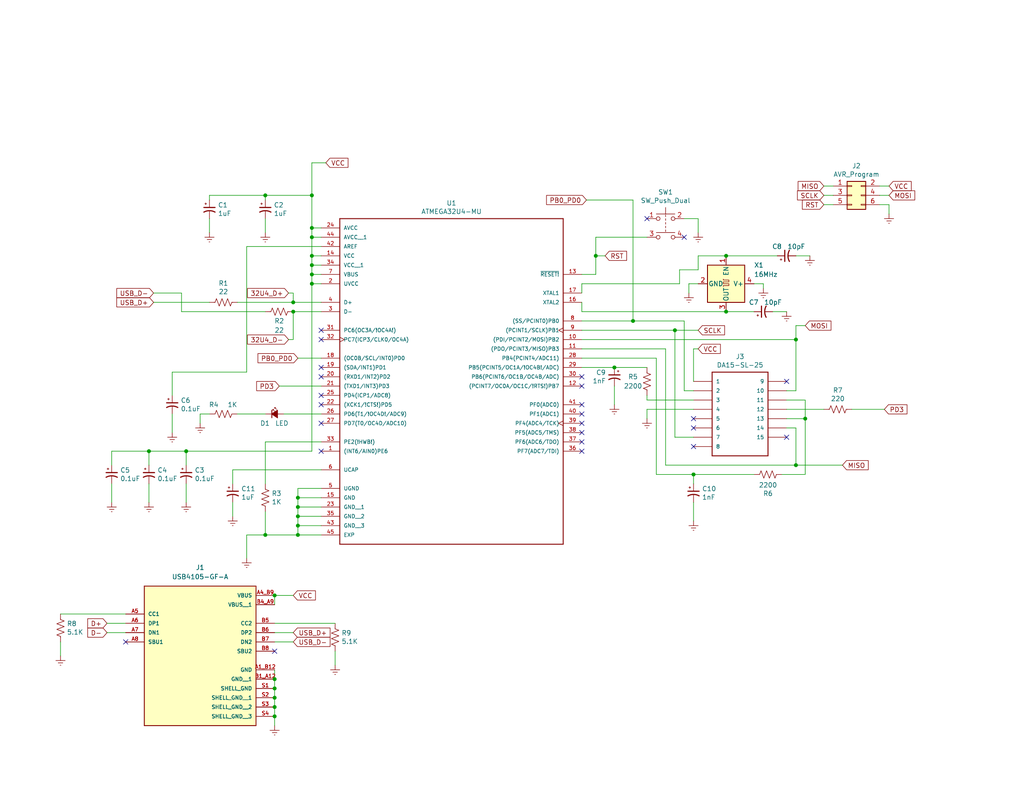
<source format=kicad_sch>
(kicad_sch (version 20211123) (generator eeschema)
  (paper "USLetter")
  (title_block (title "Sidewinder to USB Adaptor") (date "2020-09-17") (rev "2") (company "Kreeblah"))
  (lib_symbols
    (symbol "3DProUsb-rescue:CP1_Small-Device" (pin_numbers hide) (pin_names (offset 0.254) hide)
      (property "Reference" "C" (at 0.254 1.778 0))
      (property "Value" "CP1_Small-Device" (at 0.254 -2.032 0))
      (symbol "CP1_Small-Device_0_1"
        (polyline (pts (xy -1.524 0.508) (xy 1.524 0.508)) (stroke (width 0.3048)))
        (polyline (pts (xy -1.27 1.524) (xy -0.762 1.524)))
        (polyline (pts (xy -1.016 1.27) (xy -1.016 1.778)))
        (arc (start 1.524 -0.762) (mid 0 -0.3734) (end -1.524 -0.762) (stroke (width 0.3048)))
      )
      (symbol "CP1_Small-Device_1_1"
        (pin passive line (at 0 2.54 270) (length 2.032) (name "~") (number "1"))
        (pin passive line (at 0 -2.54 90) (length 2.032) (name "~") (number "2"))
      )
    )
    (symbol "3DProUsb-rescue:LED_Small_ALT-Device" (pin_numbers hide) (pin_names (offset 0.254) hide)
      (property "Reference" "D" (at -1.27 3.175 0))
      (property "Value" "LED_Small_ALT-Device" (at -4.445 -2.54 0))
      (symbol "LED_Small_ALT-Device_0_1"
        (polyline (pts (xy -0.762 -1.016) (xy -0.762 1.016)) (stroke (width 0.254)))
        (polyline (pts (xy 1.016 0) (xy -0.762 0)))
        (polyline (pts (xy 0.762 -1.016) (xy -0.762 0) (xy 0.762 1.016) (xy 0.762 -1.016)) (stroke (width 0.254)) (fill (type outline)))
        (polyline (pts (xy 0 0.762) (xy -0.508 1.27) (xy -0.254 1.27) (xy -0.508 1.27) (xy -0.508 1.016)))
        (polyline (pts (xy 0.508 1.27) (xy 0 1.778) (xy 0.254 1.778) (xy 0 1.778) (xy 0 1.524)))
      )
      (symbol "LED_Small_ALT-Device_1_1"
        (pin passive line (at -2.54 0 0) (length 1.778) (name "K") (number "1"))
        (pin passive line (at 2.54 0 180) (length 1.778) (name "A") (number "2"))
      )
    )
    (symbol "Atmel:ATMEGA32U4-MU" (pin_names (offset 1.016))
      (property "Reference" "U" (at -30.48 38.608 0))
      (property "Value" "ATMEGA32U4-MU" (at -30.48 -53.34 0))
      (symbol "ATMEGA32U4-MU_0_0"
        (polyline (pts (xy -30.48 -50.8) (xy -30.48 38.1)) (stroke (width 0.254)))
        (polyline (pts (xy -30.48 38.1) (xy 30.48 38.1)) (stroke (width 0.254)))
        (polyline (pts (xy 30.48 -50.8) (xy -30.48 -50.8)) (stroke (width 0.254)))
        (polyline (pts (xy 30.48 38.1) (xy 30.48 -50.8)) (stroke (width 0.254)))
        (pin bidirectional line (at 35.56 -25.4 180) (length 5.08) (name "(INT6/AIN0)PE6") (number "1"))
        (pin bidirectional line (at -35.56 5.08 0) (length 5.08) (name "(PDI/PCINT2/MOSI)PB2") (number "10"))
        (pin bidirectional line (at -35.56 2.54 0) (length 5.08) (name "(PDO/PCINT3/MISO)PB3") (number "11"))
        (pin bidirectional line (at -35.56 -7.62 0) (length 5.08) (name "(PCINT7/OC0A/OC1C/!RTS!)PB7") (number "12"))
        (pin input line (at -35.56 22.86 0) (length 5.08) (name "~{RESET!}") (number "13"))
        (pin power_in line (at 35.56 27.94 180) (length 5.08) (name "VCC") (number "14"))
        (pin power_in line (at 35.56 -38.1 180) (length 5.08) (name "GND") (number "15"))
        (pin output line (at -35.56 15.24 0) (length 5.08) (name "XTAL2") (number "16"))
        (pin input line (at -35.56 17.78 0) (length 5.08) (name "XTAL1") (number "17"))
        (pin bidirectional line (at 35.56 0 180) (length 5.08) (name "(OC0B/SCL/INT0)PD0") (number "18"))
        (pin bidirectional line (at 35.56 -2.54 180) (length 5.08) (name "(SDA/INT1)PD1") (number "19"))
        (pin power_in line (at 35.56 20.32 180) (length 5.08) (name "UVCC") (number "2"))
        (pin bidirectional line (at 35.56 -5.08 180) (length 5.08) (name "(RXD1/INT2)PD2") (number "20"))
        (pin bidirectional line (at 35.56 -7.62 180) (length 5.08) (name "(TXD1/INT3)PD3") (number "21"))
        (pin bidirectional line (at 35.56 -12.7 180) (length 5.08) (name "(XCK1/!CTS!)PD5") (number "22"))
        (pin power_in line (at 35.56 -40.64 180) (length 5.08) (name "GND__1") (number "23"))
        (pin power_in line (at 35.56 35.56 180) (length 5.08) (name "AVCC") (number "24"))
        (pin bidirectional line (at 35.56 -10.16 180) (length 5.08) (name "PD4(ICP1/ADC8)") (number "25"))
        (pin bidirectional line (at 35.56 -15.24 180) (length 5.08) (name "PD6(T1/!OC4D!/ADC9)") (number "26"))
        (pin bidirectional line (at 35.56 -17.78 180) (length 5.08) (name "PD7(T0/OC4D/ADC10)") (number "27"))
        (pin bidirectional line (at -35.56 0 0) (length 5.08) (name "PB4(PCINT4/ADC11)") (number "28"))
        (pin bidirectional line (at -35.56 -2.54 0) (length 5.08) (name "PB5(PCINT5/OC1A/!OC4B!/ADC)") (number "29"))
        (pin bidirectional line (at 35.56 12.7 180) (length 5.08) (name "D-") (number "3"))
        (pin bidirectional line (at -35.56 -5.08 0) (length 5.08) (name "PB6(PCINT6/OC1B/OC4B/ADC)") (number "30"))
        (pin bidirectional line (at 35.56 7.62 180) (length 5.08) (name "PC6(OC3A/!OC4A!)") (number "31"))
        (pin bidirectional clock (at 35.56 5.08 180) (length 5.08) (name "PC7(ICP3/CLK0/OC4A)") (number "32"))
        (pin bidirectional line (at 35.56 -22.86 180) (length 5.08) (name "PE2(!HWB!)") (number "33"))
        (pin power_in line (at 35.56 25.4 180) (length 5.08) (name "VCC__1") (number "34"))
        (pin power_in line (at 35.56 -43.18 180) (length 5.08) (name "GND__2") (number "35"))
        (pin bidirectional line (at -35.56 -25.4 0) (length 5.08) (name "PF7(ADC7/TDI)") (number "36"))
        (pin bidirectional line (at -35.56 -22.86 0) (length 5.08) (name "PF6(ADC6/TDO)") (number "37"))
        (pin bidirectional line (at -35.56 -20.32 0) (length 5.08) (name "PF5(ADC5/TMS)") (number "38"))
        (pin bidirectional clock (at -35.56 -17.78 0) (length 5.08) (name "PF4(ADC4/TCK)") (number "39"))
        (pin bidirectional line (at 35.56 15.24 180) (length 5.08) (name "D+") (number "4"))
        (pin bidirectional line (at -35.56 -15.24 0) (length 5.08) (name "PF1(ADC1)") (number "40"))
        (pin bidirectional line (at -35.56 -12.7 0) (length 5.08) (name "PF0(ADC0)") (number "41"))
        (pin power_in line (at 35.56 30.48 180) (length 5.08) (name "AREF") (number "42"))
        (pin power_in line (at 35.56 -45.72 180) (length 5.08) (name "GND__3") (number "43"))
        (pin power_in line (at 35.56 33.02 180) (length 5.08) (name "AVCC__1") (number "44"))
        (pin passive line (at 35.56 -48.26 180) (length 5.08) (name "EXP") (number "45"))
        (pin power_in line (at 35.56 -35.56 180) (length 5.08) (name "UGND") (number "5"))
        (pin passive line (at 35.56 -30.48 180) (length 5.08) (name "UCAP") (number "6"))
        (pin power_in line (at 35.56 22.86 180) (length 5.08) (name "VBUS") (number "7"))
        (pin bidirectional line (at -35.56 10.16 0) (length 5.08) (name "(SS/PCINT0)PB0") (number "8"))
        (pin bidirectional clock (at -35.56 7.62 0) (length 5.08) (name "(PCINT1/SCLK)PB1") (number "9"))
      )
    )
    (symbol "Connector_Generic:Conn_02x03_Odd_Even" (pin_names (offset 1.016) hide)
      (property "Reference" "J" (at 1.27 5.08 0))
      (property "Value" "Conn_02x03_Odd_Even" (at 1.27 -5.08 0))
      (symbol "Conn_02x03_Odd_Even_1_1"
        (rectangle (start -1.27 -2.413) (end 0 -2.667) (stroke (width 0.1524)))
        (rectangle (start -1.27 0.127) (end 0 -0.127) (stroke (width 0.1524)))
        (rectangle (start -1.27 2.667) (end 0 2.413) (stroke (width 0.1524)))
        (rectangle (start -1.27 3.81) (end 3.81 -3.81) (stroke (width 0.254)) (fill (type background)))
        (rectangle (start 3.81 -2.413) (end 2.54 -2.667) (stroke (width 0.1524)))
        (rectangle (start 3.81 0.127) (end 2.54 -0.127) (stroke (width 0.1524)))
        (rectangle (start 3.81 2.667) (end 2.54 2.413) (stroke (width 0.1524)))
        (pin passive line (at -5.08 2.54 0) (length 3.81) (name "Pin_1") (number "1"))
        (pin passive line (at 7.62 2.54 180) (length 3.81) (name "Pin_2") (number "2"))
        (pin passive line (at -5.08 0 0) (length 3.81) (name "Pin_3") (number "3"))
        (pin passive line (at 7.62 0 180) (length 3.81) (name "Pin_4") (number "4"))
        (pin passive line (at -5.08 -2.54 0) (length 3.81) (name "Pin_5") (number "5"))
        (pin passive line (at 7.62 -2.54 180) (length 3.81) (name "Pin_6") (number "6"))
      )
    )
    (symbol "Device:R_US" (pin_numbers hide) (pin_names (offset 0))
      (property "Reference" "R" (at 2.54 0 90))
      (property "Value" "R_US" (at -2.54 0 90))
      (symbol "R_US_0_1"
        (polyline (pts (xy 0 -2.286) (xy 0 -2.54)))
        (polyline (pts (xy 0 2.286) (xy 0 2.54)))
        (polyline (pts (xy 0 -0.762) (xy 1.016 -1.143) (xy 0 -1.524) (xy -1.016 -1.905) (xy 0 -2.286)))
        (polyline (pts (xy 0 0.762) (xy 1.016 0.381) (xy 0 0) (xy -1.016 -0.381) (xy 0 -0.762)))
        (polyline (pts (xy 0 2.286) (xy 1.016 1.905) (xy 0 1.524) (xy -1.016 1.143) (xy 0 0.762)))
      )
      (symbol "R_US_1_1"
        (pin passive line (at 0 3.81 270) (length 1.27) (name "~") (number "1"))
        (pin passive line (at 0 -3.81 90) (length 1.27) (name "~") (number "2"))
      )
    )
    (symbol "Gameport:DA15-SL-25" (pin_numbers hide) (pin_names (offset 1.016))
      (property "Reference" "J" (at -7.62 13.6144 0))
      (property "Value" "DA15-SL-25" (at -7.62 -12.7508 0))
      (symbol "DA15-SL-25_0_0"
        (polyline (pts (xy -7.62 -10.16) (xy -7.62 12.7)) (stroke (width 0.254)))
        (polyline (pts (xy -7.62 12.7) (xy 7.62 12.7)) (stroke (width 0.254)))
        (polyline (pts (xy 7.62 -10.16) (xy -7.62 -10.16)) (stroke (width 0.254)))
        (polyline (pts (xy 7.62 12.7) (xy 7.62 -10.16)) (stroke (width 0.254)))
        (pin passive line (at -12.7 10.16 0) (length 5.08) (name "1") (number "1"))
        (pin passive line (at 12.7 7.62 180) (length 5.08) (name "10") (number "10"))
        (pin passive line (at 12.7 5.08 180) (length 5.08) (name "11") (number "11"))
        (pin passive line (at 12.7 2.54 180) (length 5.08) (name "12") (number "12"))
        (pin passive line (at 12.7 0 180) (length 5.08) (name "13") (number "13"))
        (pin passive line (at 12.7 -2.54 180) (length 5.08) (name "14") (number "14"))
        (pin passive line (at 12.7 -5.08 180) (length 5.08) (name "15") (number "15"))
        (pin passive line (at -12.7 7.62 0) (length 5.08) (name "2") (number "2"))
        (pin passive line (at -12.7 5.08 0) (length 5.08) (name "3") (number "3"))
        (pin passive line (at -12.7 2.54 0) (length 5.08) (name "4") (number "4"))
        (pin passive line (at -12.7 0 0) (length 5.08) (name "5") (number "5"))
        (pin passive line (at -12.7 -2.54 0) (length 5.08) (name "6") (number "6"))
        (pin passive line (at -12.7 -5.08 0) (length 5.08) (name "7") (number "7"))
        (pin passive line (at -12.7 -7.62 0) (length 5.08) (name "8") (number "8"))
        (pin passive line (at 12.7 10.16 180) (length 5.08) (name "9") (number "9"))
      )
    )
    (symbol "Oscillator:XO91" (pin_names (offset 0.254))
      (property "Reference" "X" (at -5.08 6.35 0))
      (property "Value" "XO91" (at 1.27 -6.35 0))
      (symbol "XO91_0_1"
        (rectangle (start -5.08 5.08) (end 5.08 -5.08) (stroke (width 0.254)) (fill (type background)))
        (polyline (pts (xy 0.762 -0.762) (xy 0.508 -0.762) (xy 0.508 0.762) (xy 0 0.762) (xy 0 -0.762) (xy -0.508 -0.762) (xy -0.508 0.762) (xy -1.016 0.762) (xy -1.016 -0.762) (xy -1.27 -0.762)))
      )
      (symbol "XO91_1_1"
        (pin input line (at -7.62 0 0) (length 2.54) (name "EN") (number "1"))
        (pin power_in line (at 0 -7.62 90) (length 2.54) (name "GND") (number "2"))
        (pin output line (at 7.62 0 180) (length 2.54) (name "OUT") (number "3"))
        (pin power_in line (at 0 7.62 270) (length 2.54) (name "V+") (number "4"))
      )
    )
    (symbol "Switch:SW_Push_Dual" (pin_names (offset 1.016) hide)
      (property "Reference" "SW" (at 1.27 2.54 0))
      (property "Value" "SW_Push_Dual" (at 0 -6.858 0))
      (symbol "SW_Push_Dual_0_1"
        (circle (center -2.032 -5.08) (radius 0.508))
        (circle (center -2.032 0) (radius 0.508))
        (polyline (pts (xy 0 -3.048) (xy 0 -3.556)))
        (polyline (pts (xy 0 -2.032) (xy 0 -2.54)))
        (polyline (pts (xy 0 -1.524) (xy 0 -1.016)))
        (polyline (pts (xy 0 -0.508) (xy 0 0)))
        (polyline (pts (xy 0 0.508) (xy 0 1.016)))
        (polyline (pts (xy 0 1.27) (xy 0 3.048)))
        (polyline (pts (xy 2.54 -3.81) (xy -2.54 -3.81)))
        (polyline (pts (xy 2.54 1.27) (xy -2.54 1.27)))
        (circle (center 2.032 -5.08) (radius 0.508))
        (circle (center 2.032 0) (radius 0.508))
        (pin passive line (at -5.08 0 0) (length 2.54) (name "1") (number "1"))
        (pin passive line (at 5.08 0 180) (length 2.54) (name "2") (number "2"))
        (pin passive line (at -5.08 -5.08 0) (length 2.54) (name "3") (number "3"))
        (pin passive line (at 5.08 -5.08 180) (length 2.54) (name "4") (number "4"))
      )
    )
    (symbol "USB4105-GF-A:USB4105-GF-A" (pin_names (offset 1.016))
      (property "Reference" "J" (at -15.24 13.97 0))
      (property "Value" "USB4105-GF-A" (at -15.24 -27.94 0))
      (symbol "USB4105-GF-A_0_0"
        (rectangle (start -15.24 -25.4) (end 15.24 12.7) (stroke (width 0.254)) (fill (type background)))
        (pin power_in line (at 20.32 -10.16 180) (length 5.08) (name "GND") (number "A1_B12"))
        (pin power_in line (at 20.32 10.16 180) (length 5.08) (name "VBUS") (number "A4_B9"))
        (pin bidirectional line (at -20.32 5.08 0) (length 5.08) (name "CC1") (number "A5"))
        (pin bidirectional line (at -20.32 2.54 0) (length 5.08) (name "DP1") (number "A6"))
        (pin bidirectional line (at -20.32 0 0) (length 5.08) (name "DN1") (number "A7"))
        (pin bidirectional line (at -20.32 -2.54 0) (length 5.08) (name "SBU1") (number "A8"))
        (pin power_in line (at 20.32 -12.7 180) (length 5.08) (name "GND__1") (number "B1_A12"))
        (pin power_in line (at 20.32 7.62 180) (length 5.08) (name "VBUS__1") (number "B4_A9"))
        (pin bidirectional line (at 20.32 2.54 180) (length 5.08) (name "CC2") (number "B5"))
        (pin bidirectional line (at 20.32 0 180) (length 5.08) (name "DP2") (number "B6"))
        (pin bidirectional line (at 20.32 -2.54 180) (length 5.08) (name "DN2") (number "B7"))
        (pin bidirectional line (at 20.32 -5.08 180) (length 5.08) (name "SBU2") (number "B8"))
        (pin power_in line (at 20.32 -15.24 180) (length 5.08) (name "SHELL_GND") (number "S1"))
        (pin power_in line (at 20.32 -17.78 180) (length 5.08) (name "SHELL_GND__1") (number "S2"))
        (pin power_in line (at 20.32 -20.32 180) (length 5.08) (name "SHELL_GND__2") (number "S3"))
        (pin power_in line (at 20.32 -22.86 180) (length 5.08) (name "SHELL_GND__3") (number "S4"))
      )
    )
    (symbol "power:Earth" (power) (pin_names (offset 0))
      (symbol "Earth_0_1"
        (polyline (pts (xy -0.635 -1.905) (xy 0.635 -1.905)))
        (polyline (pts (xy -0.127 -2.54) (xy 0.127 -2.54)))
        (polyline (pts (xy 0 -1.27) (xy 0 0)))
        (polyline (pts (xy 1.27 -1.27) (xy -1.27 -1.27)))
      )
      (symbol "Earth_1_1"
        (pin power_in line (at 0 0 270) (length 0) hide (name "Earth") (number "1"))
      )
    )
  )
  (junction (at 162.56 69.85))
  (junction (at 80.01 85.09))
  (junction (at 81.28 135.89))
  (junction (at 74.93 187.96))
  (junction (at 81.28 146.05))
  (junction (at 198.12 85.09))
  (junction (at 189.23 129.54))
  (junction (at 85.09 69.85))
  (junction (at 167.64 100.33))
  (junction (at 72.39 53.34))
  (junction (at 50.8 123.19))
  (junction (at 85.09 53.34))
  (junction (at 74.93 185.42))
  (junction (at 85.09 77.47))
  (junction (at 81.28 138.43))
  (junction (at 72.39 146.05))
  (junction (at 217.17 92.71))
  (junction (at 74.93 162.56))
  (junction (at 217.17 127))
  (junction (at 40.64 123.19))
  (junction (at 74.93 195.58))
  (junction (at 85.09 62.23))
  (junction (at 172.72 87.63))
  (junction (at 219.71 114.3))
  (junction (at 85.09 64.77))
  (junction (at 85.09 72.39))
  (junction (at 80.01 82.55))
  (junction (at 74.93 190.5))
  (junction (at 74.93 193.04))
  (junction (at 81.28 140.97))
  (junction (at 198.12 69.85))
  (junction (at 85.09 74.93))
  (junction (at 81.28 143.51))
  (junction (at 184.15 90.17))
  (no_connect (at 189.23 121.92))
  (no_connect (at 189.23 114.3))
  (no_connect (at 87.63 110.49))
  (no_connect (at 87.63 92.71))
  (no_connect (at 74.93 177.8))
  (no_connect (at 34.29 175.26))
  (no_connect (at 158.75 118.11))
  (no_connect (at 87.63 90.17))
  (no_connect (at 214.63 119.38))
  (no_connect (at 158.75 102.87))
  (no_connect (at 87.63 100.33))
  (no_connect (at 87.63 115.57))
  (no_connect (at 158.75 110.49))
  (no_connect (at 87.63 102.87))
  (no_connect (at 158.75 123.19))
  (no_connect (at 158.75 113.03))
  (no_connect (at 189.23 116.84))
  (no_connect (at 87.63 123.19))
  (no_connect (at 158.75 115.57))
  (no_connect (at 176.53 59.69))
  (no_connect (at 158.75 105.41))
  (no_connect (at 158.75 120.65))
  (no_connect (at 214.63 104.14))
  (no_connect (at 186.69 64.77))
  (no_connect (at 87.63 107.95))
  (wire (pts (xy 85.09 77.47) (xy 87.63 77.47)))
  (wire (pts (xy 158.75 100.33) (xy 167.64 100.33)))
  (wire (pts (xy 219.71 114.3) (xy 219.71 129.54)))
  (wire (pts (xy 217.17 116.84) (xy 214.63 116.84)))
  (wire (pts (xy 29.21 170.18) (xy 34.29 170.18)))
  (wire (pts (xy 232.41 111.76) (xy 241.3 111.76)))
  (wire (pts (xy 57.15 53.34) (xy 57.15 54.61)))
  (wire (pts (xy 186.69 59.69) (xy 190.5 59.69)))
  (wire (pts (xy 186.69 106.68) (xy 189.23 106.68)))
  (wire (pts (xy 219.71 109.22) (xy 214.63 109.22)))
  (wire (pts (xy 167.64 105.41) (xy 167.64 110.49)))
  (wire (pts (xy 81.28 133.35) (xy 81.28 135.89)))
  (wire (pts (xy 181.61 127) (xy 217.17 127)))
  (wire (pts (xy 185.42 73.66) (xy 190.5 73.66)))
  (wire (pts (xy 158.75 87.63) (xy 172.72 87.63)))
  (wire (pts (xy 76.2 105.41) (xy 87.63 105.41)))
  (wire (pts (xy 181.61 95.25) (xy 181.61 127)))
  (wire (pts (xy 217.17 92.71) (xy 217.17 106.68)))
  (wire (pts (xy 74.93 187.96) (xy 74.93 190.5)))
  (wire (pts (xy 205.74 77.47) (xy 208.28 77.47)))
  (wire (pts (xy 87.63 135.89) (xy 81.28 135.89)))
  (wire (pts (xy 189.23 137.16) (xy 189.23 142.24)))
  (wire (pts (xy 179.07 97.79) (xy 179.07 129.54)))
  (wire (pts (xy 67.31 67.31) (xy 67.31 101.6)))
  (wire (pts (xy 91.44 177.8) (xy 91.44 181.61)))
  (wire (pts (xy 165.1 69.85) (xy 162.56 69.85)))
  (wire (pts (xy 64.77 82.55) (xy 80.01 82.55)))
  (wire (pts (xy 40.64 123.19) (xy 30.48 123.19)))
  (wire (pts (xy 176.53 111.76) (xy 176.53 114.3)))
  (wire (pts (xy 50.8 132.08) (xy 50.8 137.16)))
  (wire (pts (xy 87.63 74.93) (xy 85.09 74.93)))
  (wire (pts (xy 49.53 80.01) (xy 41.91 80.01)))
  (wire (pts (xy 81.28 135.89) (xy 81.28 138.43)))
  (wire (pts (xy 240.03 50.8) (xy 242.57 50.8)))
  (wire (pts (xy 179.07 129.54) (xy 189.23 129.54)))
  (wire (pts (xy 46.99 113.03) (xy 46.99 118.11)))
  (wire (pts (xy 217.17 116.84) (xy 217.17 127)))
  (wire (pts (xy 198.12 85.09) (xy 205.74 85.09)))
  (wire (pts (xy 217.17 69.85) (xy 220.98 69.85)))
  (wire (pts (xy 214.63 111.76) (xy 224.79 111.76)))
  (wire (pts (xy 158.75 77.47) (xy 185.42 77.47)))
  (wire (pts (xy 85.09 77.47) (xy 85.09 123.19)))
  (wire (pts (xy 217.17 88.9) (xy 219.71 88.9)))
  (wire (pts (xy 187.96 77.47) (xy 187.96 80.01)))
  (wire (pts (xy 72.39 53.34) (xy 85.09 53.34)))
  (wire (pts (xy 240.03 53.34) (xy 242.57 53.34)))
  (wire (pts (xy 184.15 90.17) (xy 184.15 119.38)))
  (wire (pts (xy 57.15 53.34) (xy 72.39 53.34)))
  (wire (pts (xy 74.93 185.42) (xy 74.93 187.96)))
  (wire (pts (xy 74.93 170.18) (xy 91.44 170.18)))
  (wire (pts (xy 85.09 62.23) (xy 87.63 62.23)))
  (wire (pts (xy 49.53 85.09) (xy 49.53 80.01)))
  (wire (pts (xy 16.51 175.26) (xy 16.51 179.07)))
  (wire (pts (xy 72.39 139.7) (xy 72.39 146.05)))
  (wire (pts (xy 224.79 55.88) (xy 227.33 55.88)))
  (wire (pts (xy 190.5 59.69) (xy 190.5 63.5)))
  (wire (pts (xy 85.09 123.19) (xy 50.8 123.19)))
  (wire (pts (xy 78.74 92.71) (xy 80.01 92.71)))
  (wire (pts (xy 162.56 64.77) (xy 176.53 64.77)))
  (wire (pts (xy 80.01 82.55) (xy 87.63 82.55)))
  (wire (pts (xy 189.23 95.25) (xy 189.23 104.14)))
  (wire (pts (xy 40.64 132.08) (xy 40.64 137.16)))
  (wire (pts (xy 57.15 59.69) (xy 57.15 63.5)))
  (wire (pts (xy 162.56 69.85) (xy 162.56 74.93)))
  (wire (pts (xy 167.64 100.33) (xy 176.53 100.33)))
  (wire (pts (xy 85.09 74.93) (xy 85.09 77.47)))
  (wire (pts (xy 16.51 167.64) (xy 34.29 167.64)))
  (wire (pts (xy 29.21 172.72) (xy 34.29 172.72)))
  (wire (pts (xy 72.39 113.03) (xy 64.77 113.03)))
  (wire (pts (xy 81.28 97.79) (xy 87.63 97.79)))
  (wire (pts (xy 49.53 85.09) (xy 72.39 85.09)))
  (wire (pts (xy 67.31 101.6) (xy 46.99 101.6)))
  (wire (pts (xy 184.15 119.38) (xy 189.23 119.38)))
  (wire (pts (xy 74.93 193.04) (xy 74.93 195.58)))
  (wire (pts (xy 189.23 129.54) (xy 205.74 129.54)))
  (wire (pts (xy 85.09 72.39) (xy 87.63 72.39)))
  (wire (pts (xy 81.28 146.05) (xy 72.39 146.05)))
  (wire (pts (xy 85.09 64.77) (xy 87.63 64.77)))
  (wire (pts (xy 50.8 123.19) (xy 40.64 123.19)))
  (wire (pts (xy 190.5 77.47) (xy 187.96 77.47)))
  (wire (pts (xy 186.69 87.63) (xy 186.69 106.68)))
  (wire (pts (xy 85.09 72.39) (xy 85.09 74.93)))
  (wire (pts (xy 242.57 55.88) (xy 242.57 58.42)))
  (wire (pts (xy 85.09 53.34) (xy 85.09 62.23)))
  (wire (pts (xy 172.72 54.61) (xy 172.72 87.63)))
  (wire (pts (xy 85.09 53.34) (xy 85.09 44.45)))
  (wire (pts (xy 87.63 138.43) (xy 81.28 138.43)))
  (wire (pts (xy 217.17 127) (xy 229.87 127)))
  (wire (pts (xy 74.93 182.88) (xy 74.93 185.42)))
  (wire (pts (xy 87.63 67.31) (xy 67.31 67.31)))
  (wire (pts (xy 87.63 140.97) (xy 81.28 140.97)))
  (wire (pts (xy 46.99 101.6) (xy 46.99 107.95)))
  (wire (pts (xy 78.74 80.01) (xy 80.01 80.01)))
  (wire (pts (xy 189.23 111.76) (xy 176.53 111.76)))
  (wire (pts (xy 85.09 62.23) (xy 85.09 64.77)))
  (wire (pts (xy 224.79 50.8) (xy 227.33 50.8)))
  (wire (pts (xy 30.48 123.19) (xy 30.48 127)))
  (wire (pts (xy 208.28 77.47) (xy 208.28 78.74)))
  (wire (pts (xy 74.93 190.5) (xy 74.93 193.04)))
  (wire (pts (xy 185.42 77.47) (xy 185.42 73.66)))
  (wire (pts (xy 160.02 54.61) (xy 172.72 54.61)))
  (wire (pts (xy 80.01 85.09) (xy 87.63 85.09)))
  (wire (pts (xy 63.5 137.16) (xy 63.5 140.97)))
  (wire (pts (xy 72.39 120.65) (xy 72.39 132.08)))
  (wire (pts (xy 74.93 162.56) (xy 74.93 165.1)))
  (wire (pts (xy 85.09 44.45) (xy 88.9 44.45)))
  (wire (pts (xy 40.64 123.19) (xy 40.64 127)))
  (wire (pts (xy 162.56 64.77) (xy 162.56 69.85)))
  (wire (pts (xy 158.75 82.55) (xy 158.75 85.09)))
  (wire (pts (xy 189.23 132.08) (xy 189.23 129.54)))
  (wire (pts (xy 74.93 172.72) (xy 80.01 172.72)))
  (wire (pts (xy 158.75 80.01) (xy 158.75 77.47)))
  (wire (pts (xy 190.5 73.66) (xy 190.5 69.85)))
  (wire (pts (xy 176.53 107.95) (xy 176.53 109.22)))
  (wire (pts (xy 85.09 69.85) (xy 85.09 72.39)))
  (wire (pts (xy 87.63 128.27) (xy 63.5 128.27)))
  (wire (pts (xy 80.01 80.01) (xy 80.01 82.55)))
  (wire (pts (xy 87.63 113.03) (xy 77.47 113.03)))
  (wire (pts (xy 72.39 146.05) (xy 67.31 146.05)))
  (wire (pts (xy 57.15 113.03) (xy 54.61 113.03)))
  (wire (pts (xy 240.03 55.88) (xy 242.57 55.88)))
  (wire (pts (xy 214.63 114.3) (xy 219.71 114.3)))
  (wire (pts (xy 30.48 132.08) (xy 30.48 137.16)))
  (wire (pts (xy 87.63 146.05) (xy 81.28 146.05)))
  (wire (pts (xy 158.75 85.09) (xy 198.12 85.09)))
  (wire (pts (xy 87.63 133.35) (xy 81.28 133.35)))
  (wire (pts (xy 189.23 95.25) (xy 190.5 95.25)))
  (wire (pts (xy 172.72 87.63) (xy 186.69 87.63)))
  (wire (pts (xy 158.75 95.25) (xy 181.61 95.25)))
  (wire (pts (xy 72.39 53.34) (xy 72.39 54.61)))
  (wire (pts (xy 198.12 69.85) (xy 212.09 69.85)))
  (wire (pts (xy 72.39 59.69) (xy 72.39 63.5)))
  (wire (pts (xy 80.01 92.71) (xy 80.01 85.09)))
  (wire (pts (xy 81.28 146.05) (xy 81.28 143.51)))
  (wire (pts (xy 63.5 128.27) (xy 63.5 132.08)))
  (wire (pts (xy 217.17 106.68) (xy 214.63 106.68)))
  (wire (pts (xy 224.79 53.34) (xy 227.33 53.34)))
  (wire (pts (xy 74.93 195.58) (xy 74.93 198.12)))
  (wire (pts (xy 158.75 90.17) (xy 184.15 90.17)))
  (wire (pts (xy 213.36 129.54) (xy 219.71 129.54)))
  (wire (pts (xy 81.28 140.97) (xy 81.28 143.51)))
  (wire (pts (xy 41.91 82.55) (xy 57.15 82.55)))
  (wire (pts (xy 50.8 123.19) (xy 50.8 127)))
  (wire (pts (xy 67.31 146.05) (xy 67.31 152.4)))
  (wire (pts (xy 74.93 175.26) (xy 80.01 175.26)))
  (wire (pts (xy 81.28 138.43) (xy 81.28 140.97)))
  (wire (pts (xy 158.75 92.71) (xy 217.17 92.71)))
  (wire (pts (xy 217.17 88.9) (xy 217.17 92.71)))
  (wire (pts (xy 190.5 69.85) (xy 198.12 69.85)))
  (wire (pts (xy 158.75 74.93) (xy 162.56 74.93)))
  (wire (pts (xy 85.09 64.77) (xy 85.09 69.85)))
  (wire (pts (xy 184.15 90.17) (xy 190.5 90.17)))
  (wire (pts (xy 85.09 69.85) (xy 87.63 69.85)))
  (wire (pts (xy 74.93 162.56) (xy 80.01 162.56)))
  (wire (pts (xy 210.82 85.09) (xy 214.63 85.09)))
  (wire (pts (xy 54.61 113.03) (xy 54.61 115.57)))
  (wire (pts (xy 158.75 97.79) (xy 179.07 97.79)))
  (wire (pts (xy 87.63 143.51) (xy 81.28 143.51)))
  (wire (pts (xy 176.53 109.22) (xy 189.23 109.22)))
  (wire (pts (xy 87.63 120.65) (xy 72.39 120.65)))
  (wire (pts (xy 219.71 109.22) (xy 219.71 114.3)))
  (global_label "MISO" (shape input) (at 224.79 50.8 180) (property "Intersheet References" "${INTERSHEET_REFS}" (effects hide)))
  (global_label "VCC" (shape input) (at 88.9 44.45 0) (property "Intersheet References" "${INTERSHEET_REFS}" (effects hide)))
  (global_label "USB_D+" (shape input) (at 41.91 82.55 180) (property "Intersheet References" "${INTERSHEET_REFS}" (effects hide)))
  (global_label "USB_D+" (shape input) (at 80.01 172.72 0) (property "Intersheet References" "${INTERSHEET_REFS}" (effects hide)))
  (global_label "VCC" (shape input) (at 80.01 162.56 0) (property "Intersheet References" "${INTERSHEET_REFS}" (effects hide)))
  (global_label "SCLK" (shape input) (at 190.5 90.17 0) (property "Intersheet References" "${INTERSHEET_REFS}" (effects hide)))
  (global_label "D+" (shape input) (at 29.21 170.18 180) (property "Intersheet References" "${INTERSHEET_REFS}" (effects hide)))
  (global_label "USB_D-" (shape input) (at 41.91 80.01 180) (property "Intersheet References" "${INTERSHEET_REFS}" (effects hide)))
  (global_label "RST" (shape input) (at 224.79 55.88 180) (property "Intersheet References" "${INTERSHEET_REFS}" (effects hide)))
  (global_label "SCLK" (shape input) (at 224.79 53.34 180) (property "Intersheet References" "${INTERSHEET_REFS}" (effects hide)))
  (global_label "VCC" (shape input) (at 190.5 95.25 0) (property "Intersheet References" "${INTERSHEET_REFS}" (effects hide)))
  (global_label "32U4_D+" (shape input) (at 78.74 80.01 180) (property "Intersheet References" "${INTERSHEET_REFS}" (effects hide)))
  (global_label "PD3" (shape input) (at 241.3 111.76 0) (property "Intersheet References" "${INTERSHEET_REFS}" (effects hide)))
  (global_label "PB0_PD0" (shape input) (at 160.02 54.61 180) (property "Intersheet References" "${INTERSHEET_REFS}" (effects hide)))
  (global_label "RST" (shape input) (at 165.1 69.85 0) (property "Intersheet References" "${INTERSHEET_REFS}" (effects hide)))
  (global_label "MOSI" (shape input) (at 219.71 88.9 0) (property "Intersheet References" "${INTERSHEET_REFS}" (effects hide)))
  (global_label "USB_D-" (shape input) (at 80.01 175.26 0) (property "Intersheet References" "${INTERSHEET_REFS}" (effects hide)))
  (global_label "32U4_D-" (shape input) (at 78.74 92.71 180) (property "Intersheet References" "${INTERSHEET_REFS}" (effects hide)))
  (global_label "MOSI" (shape input) (at 242.57 53.34 0) (property "Intersheet References" "${INTERSHEET_REFS}" (effects hide)))
  (global_label "MISO" (shape input) (at 229.87 127 0) (property "Intersheet References" "${INTERSHEET_REFS}" (effects hide)))
  (global_label "VCC" (shape input) (at 242.57 50.8 0) (property "Intersheet References" "${INTERSHEET_REFS}" (effects hide)))
  (global_label "PB0_PD0" (shape input) (at 81.28 97.79 180) (property "Intersheet References" "${INTERSHEET_REFS}" (effects hide)))
  (global_label "D-" (shape input) (at 29.21 172.72 180) (property "Intersheet References" "${INTERSHEET_REFS}" (effects hide)))
  (global_label "PD3" (shape input) (at 76.2 105.41 180) (property "Intersheet References" "${INTERSHEET_REFS}" (effects hide)))
  (symbol (lib_id "Device:R_US") (at 60.96 82.55 270) (unit 1)
    (property "Reference" "R1" (at 60.96 77.343 90))
    (property "Value" "22" (at 60.96 79.6544 90))
    (property "Footprint" "Resistor_SMD:R_0402_1005Metric" (effects hide))
    (property "Note" "1/16W" (effects hide))
    (property "ManufacturerPart" "CR0402-FX-22R0GLF" (effects hide))
    (property "DigikeyPart" "CR0402-FX-22R0GLFCT-ND" (effects hide))
  )
  (symbol (lib_id "Device:R_US") (at 76.2 85.09 270) (unit 1)
    (property "Reference" "R2" (at 76.2 87.63 90))
    (property "Value" "22" (at 76.2 90.17 90))
    (property "Footprint" "Resistor_SMD:R_0402_1005Metric" (effects hide))
    (property "Note" "1/16W" (effects hide))
    (property "ManufacturerPart" "CR0402-FX-22R0GLF" (effects hide))
    (property "DigikeyPart" "CR0402-FX-22R0GLFCT-ND" (effects hide))
  )
  (symbol (lib_id "3DProUsb-rescue:CP1_Small-Device") (at 57.15 57.15 0) (unit 1)
    (property "Reference" "C1" (at 59.4614 55.9816 0) (effects (justify left)))
    (property "Value" "1uF" (at 59.4614 58.293 0) (effects (justify left)))
    (property "Footprint" "Capacitor_SMD:C_0402_1005Metric" (effects hide))
    (property "ManufacturerPart" "EMK105BJ105KV-F" (effects hide))
    (property "DigikeyPart" "587-2477-1-ND" (effects hide))
  )
  (symbol (lib_id "power:Earth") (at 57.15 63.5 0) (unit 1)
    (property "Reference" "#PWR0102" (effects hide))
    (property "Value" "Earth" (effects hide))
  )
  (symbol (lib_id "power:Earth") (at 72.39 63.5 0) (unit 1)
    (property "Reference" "#PWR0103" (effects hide))
    (property "Value" "Earth" (effects hide))
  )
  (symbol (lib_id "3DProUsb-rescue:CP1_Small-Device") (at 72.39 57.15 0) (unit 1)
    (property "Reference" "C2" (at 74.7014 55.9816 0) (effects (justify left)))
    (property "Value" "1uF" (at 74.7014 58.293 0) (effects (justify left)))
    (property "Footprint" "Capacitor_SMD:C_0402_1005Metric" (effects hide))
    (property "ManufacturerPart" "EMK105BJ105KV-F" (effects hide))
    (property "DigikeyPart" "587-2477-1-ND" (effects hide))
  )
  (symbol (lib_id "3DProUsb-rescue:CP1_Small-Device") (at 50.8 129.54 0) (unit 1)
    (property "Reference" "C3" (at 53.1114 128.3716 0) (effects (justify left)))
    (property "Value" "0.1uF" (at 53.1114 130.683 0) (effects (justify left)))
    (property "Footprint" "Capacitor_SMD:C_0402_1005Metric" (effects hide))
    (property "ManufacturerPart" "TMK105B7104KV-FR" (effects hide))
    (property "DigikeyPart" "587-5476-1-ND" (effects hide))
  )
  (symbol (lib_id "3DProUsb-rescue:CP1_Small-Device") (at 40.64 129.54 0) (unit 1)
    (property "Reference" "C4" (at 42.9514 128.3716 0) (effects (justify left)))
    (property "Value" "0.1uF" (at 42.9514 130.683 0) (effects (justify left)))
    (property "Footprint" "Capacitor_SMD:C_0402_1005Metric" (effects hide))
    (property "ManufacturerPart" "TMK105B7104KV-FR" (effects hide))
    (property "DigikeyPart" "587-5476-1-ND" (effects hide))
  )
  (symbol (lib_id "3DProUsb-rescue:CP1_Small-Device") (at 30.48 129.54 0) (unit 1)
    (property "Reference" "C5" (at 32.7914 128.3716 0) (effects (justify left)))
    (property "Value" "0.1uF" (at 32.7914 130.683 0) (effects (justify left)))
    (property "Footprint" "Capacitor_SMD:C_0402_1005Metric" (effects hide))
    (property "ManufacturerPart" "TMK105B7104KV-FR" (effects hide))
    (property "DigikeyPart" "587-5476-1-ND" (effects hide))
  )
  (symbol (lib_id "power:Earth") (at 30.48 137.16 0) (unit 1)
    (property "Reference" "#PWR0104" (effects hide))
    (property "Value" "Earth" (effects hide))
  )
  (symbol (lib_id "power:Earth") (at 40.64 137.16 0) (unit 1)
    (property "Reference" "#PWR0105" (effects hide))
    (property "Value" "Earth" (effects hide))
  )
  (symbol (lib_id "power:Earth") (at 50.8 137.16 0) (unit 1)
    (property "Reference" "#PWR0106" (effects hide))
    (property "Value" "Earth" (effects hide))
  )
  (symbol (lib_id "power:Earth") (at 190.5 63.5 0) (unit 1)
    (property "Reference" "#PWR0107" (effects hide))
    (property "Value" "Earth" (effects hide))
  )
  (symbol (lib_id "3DProUsb-rescue:CP1_Small-Device") (at 46.99 110.49 0) (unit 1)
    (property "Reference" "C6" (at 49.3014 109.3216 0) (effects (justify left)))
    (property "Value" "0.1uF" (at 49.3014 111.633 0) (effects (justify left)))
    (property "Footprint" "Capacitor_SMD:C_0402_1005Metric" (effects hide))
    (property "ManufacturerPart" "TMK105B7104KV-FR" (effects hide))
    (property "DigikeyPart" "587-5476-1-ND" (effects hide))
  )
  (symbol (lib_id "power:Earth") (at 46.99 118.11 0) (unit 1)
    (property "Reference" "#PWR0108" (effects hide))
    (property "Value" "Earth" (effects hide))
  )
  (symbol (lib_id "Device:R_US") (at 72.39 135.89 0) (unit 1)
    (property "Reference" "R3" (at 74.1172 134.7216 0) (effects (justify left)))
    (property "Value" "1K" (at 74.1172 137.033 0) (effects (justify left)))
    (property "Footprint" "Resistor_SMD:R_0402_1005Metric" (effects hide))
    (property "Note" "1/16W" (effects hide))
    (property "ManufacturerPart" "CRT0402-FZ-1001GST" (effects hide))
    (property "DigikeyPart" "CRT0402-FZ-1001GSTCT-ND" (effects hide))
  )
  (symbol (lib_id "3DProUsb-rescue:CP1_Small-Device") (at 208.28 85.09 90) (unit 1)
    (property "Reference" "C7" (at 207.01 82.55 90) (effects (justify left)))
    (property "Value" "10pF" (at 213.36 82.55 90) (effects (justify left)))
    (property "Footprint" "Capacitor_SMD:C_0402_1005Metric" (effects hide))
    (property "ManufacturerPart" "UMK105CG100DV-F" (effects hide))
    (property "DigikeyPart" "587-1947-1-ND" (effects hide))
  )
  (symbol (lib_id "3DProUsb-rescue:CP1_Small-Device") (at 214.63 69.85 90) (unit 1)
    (property "Reference" "C8" (at 213.36 67.31 90) (effects (justify left)))
    (property "Value" "10pF" (at 219.71 67.31 90) (effects (justify left)))
    (property "Footprint" "Capacitor_SMD:C_0402_1005Metric" (effects hide))
    (property "ManufacturerPart" "UMK105CG100DV-F" (effects hide))
    (property "DigikeyPart" "587-1947-1-ND" (effects hide))
  )
  (symbol (lib_id "power:Earth") (at 214.63 85.09 0) (unit 1)
    (property "Reference" "#PWR0110" (effects hide))
    (property "Value" "Earth" (effects hide))
  )
  (symbol (lib_id "power:Earth") (at 220.98 69.85 0) (unit 1)
    (property "Reference" "#PWR0111" (effects hide))
    (property "Value" "Earth" (effects hide))
  )
  (symbol (lib_id "3DProUsb-rescue:LED_Small_ALT-Device") (at 74.93 113.03 0) (unit 1)
    (property "Reference" "D1" (at 73.66 115.57 0) (effects (justify right)))
    (property "Value" "LED" (at 78.74 115.57 0) (effects (justify right)))
    (property "Footprint" "LED_SMD:LED_0603_1608Metric" (effects hide))
    (property "ManufacturerPart" "LTST-C191KGKT" (effects hide))
    (property "DigikeyPart" "160-1446-1-ND" (effects hide))
  )
  (symbol (lib_id "Device:R_US") (at 60.96 113.03 90) (unit 1)
    (property "Reference" "R4" (at 59.69 110.49 90) (effects (justify left)))
    (property "Value" "1K" (at 64.77 110.49 90) (effects (justify left)))
    (property "Footprint" "Resistor_SMD:R_0402_1005Metric" (effects hide))
    (property "Note" "1/16W" (effects hide))
    (property "ManufacturerPart" "CRT0402-FZ-1001GST" (effects hide))
    (property "DigikeyPart" "CRT0402-FZ-1001GSTCT-ND" (effects hide))
  )
  (symbol (lib_id "power:Earth") (at 54.61 115.57 0) (unit 1)
    (property "Reference" "#PWR0112" (effects hide))
    (property "Value" "Earth" (effects hide))
  )
  (symbol (lib_id "Atmel:ATMEGA32U4-MU") (at 123.19 97.79 0) (mirror y) (unit 1)
    (property "Reference" "U1" (at 123.19 55.4482 0))
    (property "Value" "ATMEGA32U4-MU" (at 123.19 57.7596 0))
    (property "Footprint" "Atmel:QFN50P700X700X100-45N" (effects hide))
    (property "Datasheet" "Microchip Technology / Atmel" (effects hide))
    (property "Field4" "IPC-7351B" (effects hide))
    (property "Field5" "1mm" (effects hide))
    (property "Field6" "E" (effects hide))
    (property "ManufacturerPart" "ATMEGA32U4-MU" (effects hide))
    (property "DigikeyPart" "ATMEGA32U4-MU-ND" (effects hide))
  )
  (symbol (lib_id "Gameport:DA15-SL-25") (at 201.93 114.3 0) (unit 1)
    (property "Reference" "J3" (at 201.93 97.3582 0))
    (property "Value" "DA15-SL-25" (at 201.93 99.6696 0))
    (property "Footprint" "Gameport:ADAM_TECH_DA15-SL-25" (effects hide))
    (property "Datasheet" "Conn D-Subminiature SKT 15 POS 1.38mm Solder RA Thru-Hole 15 Terminal 1 Port Tray" (effects hide))
    (property "Field4" "None" (effects hide))
    (property "Field5" "Adam Tech" (effects hide))
    (property "Field6" "12.55 mm" (effects hide))
    (property "Field7" "https://snapeda.com/shop?store=DigiKey&id=4997956" (effects hide))
    (property "Field8" "DA15-SL-25" (effects hide))
    (property "Field9" "None" (effects hide))
    (property "Field10" "Warning" (effects hide))
    (property "ManufacturerPart" "DA15-SL-25" (effects hide))
    (property "DigikeyPart" "2057-DA15-SL-25-ND" (effects hide))
  )
  (symbol (lib_id "Device:R_US") (at 176.53 104.14 0) (unit 1)
    (property "Reference" "R5" (at 172.72 102.87 0))
    (property "Value" "2200" (at 172.72 105.41 0))
    (property "Footprint" "Resistor_SMD:R_0402_1005Metric" (effects hide))
    (property "Note" "1/16W" (effects hide))
    (property "ManufacturerPart" "CR0402-JW-222GLF" (effects hide))
    (property "DigikeyPart" "CR0402-JW-222GLFCT-ND" (effects hide))
  )
  (symbol (lib_id "3DProUsb-rescue:CP1_Small-Device") (at 167.64 102.87 0) (mirror y) (unit 1)
    (property "Reference" "C9" (at 165.3286 101.7016 0) (effects (justify left)))
    (property "Value" "1nF" (at 165.3286 104.013 0) (effects (justify left)))
    (property "Footprint" "Capacitor_SMD:C_0402_1005Metric" (effects hide))
    (property "ManufacturerPart" "UMK105B7102KV-F" (effects hide))
    (property "DigikeyPart" "587-1220-1-ND" (effects hide))
  )
  (symbol (lib_id "power:Earth") (at 167.64 110.49 0) (unit 1)
    (property "Reference" "#PWR0114" (effects hide))
    (property "Value" "Earth" (effects hide))
  )
  (symbol (lib_id "Oscillator:XO91") (at 198.12 77.47 270) (unit 1)
    (property "Reference" "X1" (at 205.74 72.39 90) (effects (justify left)))
    (property "Value" "16MHz" (at 205.74 74.93 90) (effects (justify left)))
    (property "Footprint" "Oscillator:Oscillator_SMD_SeikoEpson_SG8002CE-4Pin_3.2x2.5mm" (effects hide))
    (property "Datasheet" "http://cdn-reichelt.de/documents/datenblatt/B400/XO91.pdf" (effects hide))
    (property "ManufacturerPart" "FA-238 16.0000MB-K3" (effects hide))
    (property "DigikeyPart" "SER4046CT-ND" (effects hide))
  )
  (symbol (lib_id "Device:R_US") (at 209.55 129.54 90) (unit 1)
    (property "Reference" "R6" (at 209.55 134.747 90))
    (property "Value" "2200" (at 209.55 132.4356 90))
    (property "Footprint" "Resistor_SMD:R_0402_1005Metric" (effects hide))
    (property "Note" "1/16W" (effects hide))
    (property "ManufacturerPart" "CR0402-JW-222GLF" (effects hide))
    (property "DigikeyPart" "CR0402-JW-222GLFCT-ND" (effects hide))
  )
  (symbol (lib_id "3DProUsb-rescue:CP1_Small-Device") (at 189.23 134.62 0) (unit 1)
    (property "Reference" "C10" (at 191.5414 133.4516 0) (effects (justify left)))
    (property "Value" "1nF" (at 191.5414 135.763 0) (effects (justify left)))
    (property "Footprint" "Capacitor_SMD:C_0402_1005Metric" (effects hide))
    (property "ManufacturerPart" "UMK105B7102KV-F" (effects hide))
    (property "DigikeyPart" "587-1220-1-ND" (effects hide))
  )
  (symbol (lib_id "power:Earth") (at 189.23 142.24 0) (unit 1)
    (property "Reference" "#PWR0116" (effects hide))
    (property "Value" "Earth" (effects hide))
  )
  (symbol (lib_id "Device:R_US") (at 228.6 111.76 270) (unit 1)
    (property "Reference" "R7" (at 228.6 106.553 90))
    (property "Value" "220" (at 228.6 108.8644 90))
    (property "Footprint" "Resistor_SMD:R_1206_3216Metric" (effects hide))
    (property "Note" "1/4W" (effects hide))
    (property "ManufacturerPart" "CR1206-FX-2200ELF" (effects hide))
    (property "DigikeyPart" "CR1206-FX-2200ELFCT-ND" (effects hide))
  )
  (symbol (lib_id "power:Earth") (at 67.31 152.4 0) (unit 1)
    (property "Reference" "#PWR0109" (effects hide))
    (property "Value" "Earth" (effects hide))
  )
  (symbol (lib_id "Switch:SW_Push_Dual") (at 181.61 59.69 0) (unit 1)
    (property "Reference" "SW1" (at 181.61 52.451 0))
    (property "Value" "SW_Push_Dual" (at 181.61 54.7624 0))
    (property "Footprint" "Button_Switch_SMD:SW_SPST_Omron_B3FS-100xP" (effects hide))
    (property "ManufacturerPart" "B3FS-1000P" (effects hide))
    (property "DigikeyPart" "SW423CT-ND" (effects hide))
  )
  (symbol (lib_id "power:Earth") (at 187.96 80.01 0) (unit 1)
    (property "Reference" "#PWR0120" (effects hide))
    (property "Value" "Earth" (effects hide))
  )
  (symbol (lib_id "power:Earth") (at 208.28 78.74 0) (unit 1)
    (property "Reference" "#PWR0121" (effects hide))
    (property "Value" "Earth" (effects hide))
  )
  (symbol (lib_id "power:Earth") (at 176.53 114.3 0) (unit 1)
    (property "Reference" "#PWR0113" (effects hide))
    (property "Value" "Earth" (effects hide))
  )
  (symbol (lib_id "power:Earth") (at 242.57 58.42 0) (unit 1)
    (property "Reference" "#PWR0115" (effects hide))
    (property "Value" "Earth" (effects hide))
  )
  (symbol (lib_id "Connector_Generic:Conn_02x03_Odd_Even") (at 232.41 53.34 0) (unit 1)
    (property "Reference" "J2" (at 233.68 45.2882 0))
    (property "Value" "AVR_Program" (at 233.68 47.5996 0))
    (property "Footprint" "TagConnect:TAG_TC2030-IDC-NL" (effects hide))
    (property "ManufacturerPart" "TC2030-NL-FP" (effects hide))
    (property "DigikeyPart" "Not a part, Do not populate, Do not solder" (effects hide))
  )
  (symbol (lib_id "3DProUsb-rescue:CP1_Small-Device") (at 63.5 134.62 0) (unit 1)
    (property "Reference" "C11" (at 65.8114 133.4516 0) (effects (justify left)))
    (property "Value" "1uF" (at 65.8114 135.763 0) (effects (justify left)))
    (property "Footprint" "Capacitor_SMD:C_0402_1005Metric" (effects hide))
    (property "ManufacturerPart" "EMK105BJ105KV-F" (effects hide))
    (property "DigiKeyPart" "587-2477-1-ND" (effects hide))
  )
  (symbol (lib_id "power:Earth") (at 63.5 140.97 0) (unit 1)
    (property "Reference" "#PWR0101" (effects hide))
    (property "Value" "Earth" (effects hide))
  )
  (symbol (lib_id "Device:R_US") (at 91.44 173.99 0) (unit 1)
    (property "Reference" "R9" (at 93.1672 172.8216 0) (effects (justify left)))
    (property "Value" "5.1K" (at 93.1672 175.133 0) (effects (justify left)))
    (property "Footprint" "Resistor_SMD:R_0402_1005Metric" (effects hide))
    (property "Note" "1/16W" (effects hide))
    (property "ManufacturerPart" "ERA-2APB512X" (effects hide))
    (property "DigikeyPart" "P5.1KCNDKR-ND" (effects hide))
  )
  (symbol (lib_id "power:Earth") (at 91.44 181.61 0) (unit 1)
    (property "Reference" "#PWR0117" (effects hide))
    (property "Value" "Earth" (effects hide))
  )
  (symbol (lib_id "power:Earth") (at 74.93 198.12 0) (unit 1)
    (property "Reference" "#PWR0118" (effects hide))
    (property "Value" "Earth" (effects hide))
  )
  (symbol (lib_id "USB4105-GF-A:USB4105-GF-A") (at 54.61 172.72 0) (unit 1)
    (property "Reference" "J1" (at 54.61 154.94 0))
    (property "Value" "USB4105-GF-A" (at 54.61 157.48 0))
    (property "Footprint" "GCT_USB4105-GF-A" (effects hide))
    (property "PARTREV" "A3" (effects hide))
    (property "MANUFACTURER" "GCT" (effects hide))
    (property "MAXIMUM_PACKAGE_HEIGHT" "3.31 mm" (effects hide))
    (property "STANDARD" "Manufacturer Recommendations" (effects hide))
    (property "ManufacturerPart" "USB4105-GF-A" (effects hide))
    (property "DigikeyPart" "2073-USB4105-GF-ADKR-ND" (effects hide))
  )
  (symbol (lib_id "Device:R_US") (at 16.51 171.45 0) (unit 1)
    (property "Reference" "R8" (at 18.2372 170.2816 0) (effects (justify left)))
    (property "Value" "5.1K" (at 18.2372 172.593 0) (effects (justify left)))
    (property "Footprint" "Resistor_SMD:R_0402_1005Metric" (effects hide))
    (property "Note" "1/16W" (effects hide))
    (property "ManufacturerPart" "ERA-2APB512X" (effects hide))
    (property "DigikeyPart" "P5.1KCNDKR-ND" (effects hide))
  )
  (symbol (lib_id "power:Earth") (at 16.51 179.07 0) (unit 1)
    (property "Reference" "#PWR0119" (effects hide))
    (property "Value" "Earth" (effects hide))
  )
)
</source>
